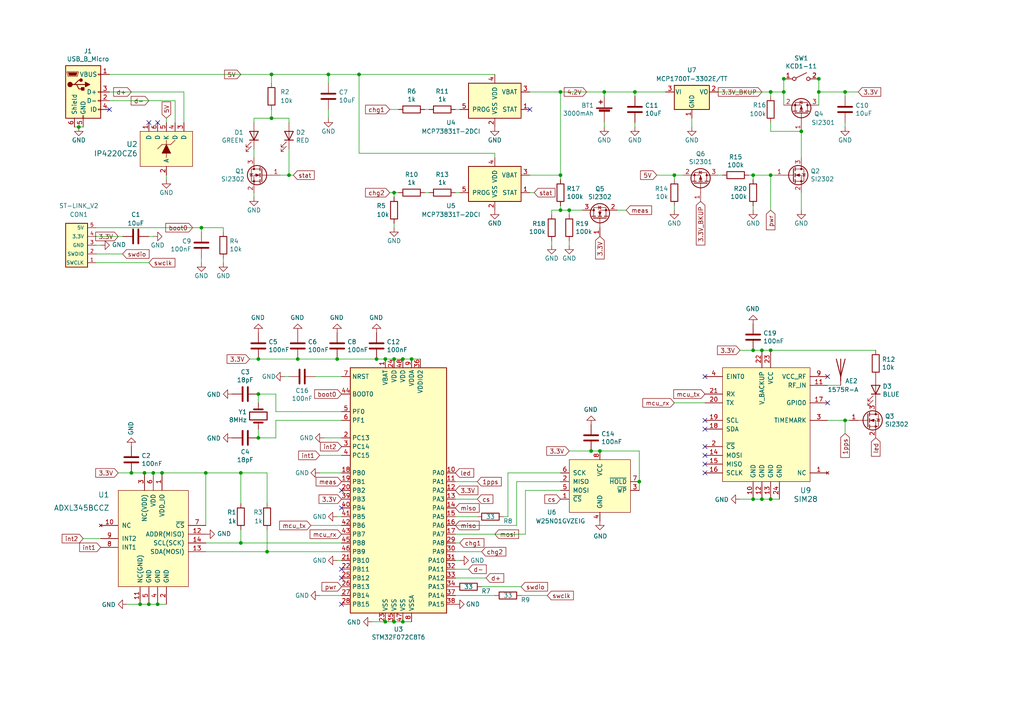
<source format=kicad_sch>
(kicad_sch (version 20211123) (generator eeschema)
  (paper "A4")
  (title_block (date "2020-10-17") (rev "1.3"))
  (junction (at 78.74 21.59))
  (junction (at 58.42 66.04))
  (junction (at 111.76 180.34))
  (junction (at 245.11 121.92))
  (junction (at 22.86 36.83))
  (junction (at 218.44 50.8))
  (junction (at 74.93 127))
  (junction (at 74.93 114.3))
  (junction (at 111.76 104.14))
  (junction (at 59.69 137.16))
  (junction (at 41.91 137.16))
  (junction (at 44.45 137.16))
  (junction (at 162.56 26.67))
  (junction (at 237.49 22.86))
  (junction (at 69.85 157.48))
  (junction (at 97.79 104.14))
  (junction (at 95.25 21.59))
  (junction (at 162.56 50.8))
  (junction (at 43.18 175.26))
  (junction (at 195.58 50.8))
  (junction (at 220.98 101.6))
  (junction (at 237.49 26.67))
  (junction (at 245.11 26.67))
  (junction (at 116.84 180.34))
  (junction (at 223.52 101.6))
  (junction (at 162.56 60.96))
  (junction (at 218.44 101.6))
  (junction (at 116.84 104.14))
  (junction (at 223.52 50.8))
  (junction (at 69.85 137.16))
  (junction (at 220.98 144.78))
  (junction (at 40.64 175.26))
  (junction (at 109.22 104.14))
  (junction (at 86.36 104.14))
  (junction (at 104.14 21.59))
  (junction (at 165.1 60.96))
  (junction (at 173.99 130.81))
  (junction (at 45.72 175.26))
  (junction (at 227.33 22.86))
  (junction (at 46.99 137.16))
  (junction (at 114.3 180.34))
  (junction (at 38.1 137.16))
  (junction (at 171.45 130.81))
  (junction (at 185.42 139.7))
  (junction (at 77.47 160.02))
  (junction (at 175.26 26.67))
  (junction (at 218.44 144.78))
  (junction (at 114.3 104.14))
  (junction (at 223.52 26.67))
  (junction (at 232.41 38.1))
  (junction (at 223.52 144.78))
  (junction (at 184.15 26.67))
  (junction (at 83.82 50.8))
  (junction (at 78.74 34.29))
  (junction (at 114.3 55.88))
  (junction (at 119.38 104.14))
  (junction (at 227.33 26.67))
  (junction (at 74.93 104.14))
  (no_connect (at 204.47 132.08))
  (no_connect (at 43.18 35.56))
  (no_connect (at 204.47 129.54))
  (no_connect (at 99.06 165.1))
  (no_connect (at 240.03 109.22))
  (no_connect (at 240.03 116.84))
  (no_connect (at 31.75 31.75))
  (no_connect (at 99.06 167.64))
  (no_connect (at 99.06 147.32))
  (no_connect (at 153.67 31.75))
  (no_connect (at 204.47 121.92))
  (no_connect (at 45.72 35.56))
  (no_connect (at 204.47 137.16))
  (no_connect (at 99.06 142.24))
  (no_connect (at 204.47 109.22))
  (no_connect (at 99.06 175.26))
  (no_connect (at 204.47 134.62))
  (no_connect (at 204.47 124.46))
  (wire (pts (xy 83.82 50.8) (xy 83.82 43.18)))
  (wire (pts (xy 165.1 62.23) (xy 165.1 60.96)))
  (wire (pts (xy 80.01 121.92) (xy 99.06 121.92)))
  (wire (pts (xy 185.42 130.81) (xy 185.42 139.7)))
  (wire (pts (xy 36.83 175.26) (xy 40.64 175.26)))
  (wire (pts (xy 97.79 104.14) (xy 109.22 104.14)))
  (wire (pts (xy 69.85 153.67) (xy 69.85 157.48)))
  (wire (pts (xy 154.94 55.88) (xy 153.67 55.88)))
  (wire (pts (xy 121.92 104.14) (xy 119.38 104.14)))
  (wire (pts (xy 73.66 34.29) (xy 78.74 34.29)))
  (wire (pts (xy 27.94 66.04) (xy 58.42 66.04)))
  (wire (pts (xy 195.58 50.8) (xy 195.58 52.07)))
  (wire (pts (xy 80.01 119.38) (xy 80.01 114.3)))
  (wire (pts (xy 158.75 172.72) (xy 151.13 172.72)))
  (wire (pts (xy 245.11 36.83) (xy 245.11 35.56)))
  (wire (pts (xy 227.33 26.67) (xy 227.33 30.48)))
  (wire (pts (xy 74.93 114.3) (xy 74.93 116.84)))
  (wire (pts (xy 132.08 162.56) (xy 133.35 162.56)))
  (wire (pts (xy 173.99 130.81) (xy 185.42 130.81)))
  (wire (pts (xy 223.52 27.94) (xy 223.52 26.67)))
  (wire (pts (xy 232.41 60.96) (xy 232.41 55.88)))
  (wire (pts (xy 133.35 55.88) (xy 132.08 55.88)))
  (wire (pts (xy 223.52 26.67) (xy 227.33 26.67)))
  (wire (pts (xy 78.74 34.29) (xy 83.82 34.29)))
  (wire (pts (xy 99.06 160.02) (xy 77.47 160.02)))
  (wire (pts (xy 223.52 144.78) (xy 226.06 144.78)))
  (wire (pts (xy 220.98 101.6) (xy 223.52 101.6)))
  (wire (pts (xy 195.58 116.84) (xy 204.47 116.84)))
  (wire (pts (xy 40.64 175.26) (xy 43.18 175.26)))
  (wire (pts (xy 171.45 130.81) (xy 165.1 130.81)))
  (wire (pts (xy 179.07 60.96) (xy 181.61 60.96)))
  (wire (pts (xy 58.42 66.04) (xy 64.77 66.04)))
  (wire (pts (xy 83.82 35.56) (xy 83.82 34.29)))
  (wire (pts (xy 160.02 71.12) (xy 160.02 69.85)))
  (wire (pts (xy 124.46 55.88) (xy 123.19 55.88)))
  (wire (pts (xy 27.94 68.58) (xy 35.56 68.58)))
  (wire (pts (xy 237.49 30.48) (xy 237.49 26.67)))
  (wire (pts (xy 91.44 109.22) (xy 99.06 109.22)))
  (wire (pts (xy 99.06 119.38) (xy 80.01 119.38)))
  (wire (pts (xy 162.56 60.96) (xy 162.56 59.69)))
  (wire (pts (xy 143.51 44.45) (xy 104.14 44.45)))
  (wire (pts (xy 104.14 21.59) (xy 143.51 21.59)))
  (wire (pts (xy 208.28 26.67) (xy 223.52 26.67)))
  (wire (pts (xy 64.77 66.04) (xy 64.77 67.31)))
  (wire (pts (xy 175.26 36.83) (xy 175.26 35.56)))
  (wire (pts (xy 80.01 121.92) (xy 80.01 127)))
  (wire (pts (xy 111.76 180.34) (xy 107.95 180.34)))
  (wire (pts (xy 132.08 160.02) (xy 139.7 160.02)))
  (wire (pts (xy 116.84 180.34) (xy 114.3 180.34)))
  (wire (pts (xy 165.1 71.12) (xy 165.1 69.85)))
  (wire (pts (xy 146.05 149.86) (xy 147.32 149.86)))
  (wire (pts (xy 149.86 152.4) (xy 149.86 139.7)))
  (wire (pts (xy 38.1 137.16) (xy 34.29 137.16)))
  (wire (pts (xy 114.3 57.15) (xy 114.3 55.88)))
  (wire (pts (xy 92.71 172.72) (xy 99.06 172.72)))
  (wire (pts (xy 31.75 29.21) (xy 50.8 29.21)))
  (wire (pts (xy 72.39 104.14) (xy 74.93 104.14)))
  (wire (pts (xy 92.71 132.08) (xy 99.06 132.08)))
  (wire (pts (xy 27.94 76.2) (xy 43.18 76.2)))
  (wire (pts (xy 139.7 170.18) (xy 151.13 170.18)))
  (wire (pts (xy 77.47 153.67) (xy 77.47 160.02)))
  (wire (pts (xy 29.21 71.12) (xy 27.94 71.12)))
  (wire (pts (xy 140.97 167.64) (xy 132.08 167.64)))
  (wire (pts (xy 92.71 137.16) (xy 99.06 137.16)))
  (wire (pts (xy 152.4 154.94) (xy 152.4 142.24)))
  (wire (pts (xy 44.45 137.16) (xy 46.99 137.16)))
  (wire (pts (xy 217.17 50.8) (xy 218.44 50.8)))
  (wire (pts (xy 77.47 137.16) (xy 69.85 137.16)))
  (wire (pts (xy 97.79 162.56) (xy 99.06 162.56)))
  (wire (pts (xy 59.69 160.02) (xy 77.47 160.02)))
  (wire (pts (xy 64.77 76.2) (xy 64.77 74.93)))
  (wire (pts (xy 223.52 101.6) (xy 254 101.6)))
  (wire (pts (xy 218.44 50.8) (xy 223.52 50.8)))
  (wire (pts (xy 237.49 26.67) (xy 237.49 22.86)))
  (wire (pts (xy 132.08 31.75) (xy 133.35 31.75)))
  (wire (pts (xy 59.69 137.16) (xy 59.69 152.4)))
  (wire (pts (xy 232.41 38.1) (xy 232.41 45.72)))
  (wire (pts (xy 73.66 57.15) (xy 73.66 55.88)))
  (wire (pts (xy 99.06 157.48) (xy 69.85 157.48)))
  (wire (pts (xy 119.38 180.34) (xy 116.84 180.34)))
  (wire (pts (xy 31.75 21.59) (xy 78.74 21.59)))
  (wire (pts (xy 162.56 50.8) (xy 162.56 26.67)))
  (wire (pts (xy 58.42 67.31) (xy 58.42 66.04)))
  (wire (pts (xy 135.89 165.1) (xy 132.08 165.1)))
  (wire (pts (xy 50.8 29.21) (xy 50.8 35.56)))
  (wire (pts (xy 114.3 66.04) (xy 114.3 64.77)))
  (wire (pts (xy 218.44 101.6) (xy 214.63 101.6)))
  (wire (pts (xy 198.12 50.8) (xy 195.58 50.8)))
  (wire (pts (xy 97.79 149.86) (xy 99.06 149.86)))
  (wire (pts (xy 162.56 60.96) (xy 160.02 60.96)))
  (wire (pts (xy 168.91 60.96) (xy 165.1 60.96)))
  (wire (pts (xy 31.75 26.67) (xy 53.34 26.67)))
  (wire (pts (xy 171.45 130.81) (xy 173.99 130.81)))
  (wire (pts (xy 245.11 26.67) (xy 237.49 26.67)))
  (wire (pts (xy 114.3 55.88) (xy 113.03 55.88)))
  (wire (pts (xy 223.52 38.1) (xy 232.41 38.1)))
  (wire (pts (xy 73.66 43.18) (xy 73.66 45.72)))
  (wire (pts (xy 124.46 31.75) (xy 123.19 31.75)))
  (wire (pts (xy 109.22 104.14) (xy 111.76 104.14)))
  (wire (pts (xy 246.38 121.92) (xy 245.11 121.92)))
  (wire (pts (xy 223.52 35.56) (xy 223.52 38.1)))
  (wire (pts (xy 46.99 137.16) (xy 59.69 137.16)))
  (wire (pts (xy 160.02 60.96) (xy 160.02 62.23)))
  (wire (pts (xy 143.51 172.72) (xy 132.08 172.72)))
  (wire (pts (xy 77.47 146.05) (xy 77.47 137.16)))
  (wire (pts (xy 43.18 175.26) (xy 45.72 175.26)))
  (wire (pts (xy 143.51 45.72) (xy 143.51 44.45)))
  (wire (pts (xy 227.33 22.86) (xy 227.33 26.67)))
  (wire (pts (xy 59.69 137.16) (xy 69.85 137.16)))
  (wire (pts (xy 184.15 35.56) (xy 184.15 36.83)))
  (wire (pts (xy 22.86 36.83) (xy 21.59 36.83)))
  (wire (pts (xy 153.67 50.8) (xy 162.56 50.8)))
  (wire (pts (xy 41.91 137.16) (xy 44.45 137.16)))
  (wire (pts (xy 245.11 121.92) (xy 240.03 121.92)))
  (wire (pts (xy 86.36 104.14) (xy 97.79 104.14)))
  (wire (pts (xy 119.38 104.14) (xy 116.84 104.14)))
  (wire (pts (xy 99.06 127) (xy 93.98 127)))
  (wire (pts (xy 74.93 124.46) (xy 74.93 127)))
  (wire (pts (xy 99.06 152.4) (xy 90.17 152.4)))
  (wire (pts (xy 115.57 55.88) (xy 114.3 55.88)))
  (wire (pts (xy 165.1 60.96) (xy 162.56 60.96)))
  (wire (pts (xy 48.26 34.29) (xy 48.26 35.56)))
  (wire (pts (xy 133.35 157.48) (xy 132.08 157.48)))
  (wire (pts (xy 138.43 144.78) (xy 132.08 144.78)))
  (wire (pts (xy 248.92 26.67) (xy 245.11 26.67)))
  (wire (pts (xy 78.74 31.75) (xy 78.74 34.29)))
  (wire (pts (xy 132.08 154.94) (xy 152.4 154.94)))
  (wire (pts (xy 218.44 144.78) (xy 220.98 144.78)))
  (wire (pts (xy 195.58 50.8) (xy 190.5 50.8)))
  (wire (pts (xy 73.66 35.56) (xy 73.66 34.29)))
  (wire (pts (xy 147.32 137.16) (xy 147.32 149.86)))
  (wire (pts (xy 69.85 146.05) (xy 69.85 137.16)))
  (wire (pts (xy 209.55 50.8) (xy 208.28 50.8)))
  (wire (pts (xy 220.98 144.78) (xy 223.52 144.78)))
  (wire (pts (xy 116.84 104.14) (xy 114.3 104.14)))
  (wire (pts (xy 218.44 101.6) (xy 220.98 101.6)))
  (wire (pts (xy 113.03 31.75) (xy 115.57 31.75)))
  (wire (pts (xy 185.42 139.7) (xy 185.42 142.24)))
  (wire (pts (xy 78.74 21.59) (xy 95.25 21.59)))
  (wire (pts (xy 95.25 24.13) (xy 95.25 21.59)))
  (wire (pts (xy 223.52 50.8) (xy 224.79 50.8)))
  (wire (pts (xy 74.93 104.14) (xy 86.36 104.14)))
  (wire (pts (xy 240.03 111.76) (xy 243.84 111.76)))
  (wire (pts (xy 152.4 142.24) (xy 162.56 142.24)))
  (wire (pts (xy 83.82 50.8) (xy 81.28 50.8)))
  (wire (pts (xy 138.43 139.7) (xy 132.08 139.7)))
  (wire (pts (xy 74.93 127) (xy 80.01 127)))
  (wire (pts (xy 184.15 27.94) (xy 184.15 26.67)))
  (wire (pts (xy 153.67 26.67) (xy 162.56 26.67)))
  (wire (pts (xy 162.56 26.67) (xy 175.26 26.67)))
  (wire (pts (xy 223.52 50.8) (xy 223.52 60.96)))
  (wire (pts (xy 45.72 175.26) (xy 48.26 175.26)))
  (wire (pts (xy 245.11 27.94) (xy 245.11 26.67)))
  (wire (pts (xy 149.86 139.7) (xy 162.56 139.7)))
  (wire (pts (xy 162.56 52.07) (xy 162.56 50.8)))
  (wire (pts (xy 24.13 156.21) (xy 29.21 156.21)))
  (wire (pts (xy 200.66 36.83) (xy 200.66 34.29)))
  (wire (pts (xy 24.13 36.83) (xy 22.86 36.83)))
  (wire (pts (xy 184.15 26.67) (xy 193.04 26.67)))
  (wire (pts (xy 78.74 24.13) (xy 78.74 21.59)))
  (wire (pts (xy 38.1 137.16) (xy 41.91 137.16)))
  (wire (pts (xy 95.25 34.29) (xy 95.25 31.75)))
  (wire (pts (xy 58.42 74.93) (xy 58.42 76.2)))
  (wire (pts (xy 27.94 73.66) (xy 35.56 73.66)))
  (wire (pts (xy 53.34 26.67) (xy 53.34 35.56)))
  (wire (pts (xy 95.25 21.59) (xy 104.14 21.59)))
  (wire (pts (xy 48.26 52.07) (xy 48.26 50.8)))
  (wire (pts (xy 80.01 114.3) (xy 74.93 114.3)))
  (wire (pts (xy 59.69 157.48) (xy 69.85 157.48)))
  (wire (pts (xy 175.26 26.67) (xy 184.15 26.67)))
  (wire (pts (xy 85.09 50.8) (xy 83.82 50.8)))
  (wire (pts (xy 218.44 60.96) (xy 218.44 59.69)))
  (wire (pts (xy 245.11 125.73) (xy 245.11 121.92)))
  (wire (pts (xy 138.43 149.86) (xy 132.08 149.86)))
  (wire (pts (xy 175.26 27.94) (xy 175.26 26.67)))
  (wire (pts (xy 104.14 44.45) (xy 104.14 21.59)))
  (wire (pts (xy 162.56 137.16) (xy 147.32 137.16)))
  (wire (pts (xy 114.3 104.14) (xy 111.76 104.14)))
  (wire (pts (xy 195.58 60.96) (xy 195.58 59.69)))
  (wire (pts (xy 132.08 152.4) (xy 149.86 152.4)))
  (wire (pts (xy 114.3 180.34) (xy 111.76 180.34)))
  (wire (pts (xy 82.55 109.22) (xy 83.82 109.22)))
  (wire (pts (xy 44.45 68.58) (xy 43.18 68.58)))
  (wire (pts (xy 214.63 144.78) (xy 218.44 144.78)))
  (wire (pts (xy 218.44 52.07) (xy 218.44 50.8)))
  (global_label "meas" (shape input) (at 99.06 139.7 180) (property "Intersheet References" "${INTERSHEET_REFS}" (effects hide)))
  (global_label "int1" (shape input) (at 92.71 132.08 180) (property "Intersheet References" "${INTERSHEET_REFS}" (effects hide)))
  (global_label "int2" (shape input) (at 24.13 156.21 180) (property "Intersheet References" "${INTERSHEET_REFS}" (effects hide)))
  (global_label "mcu_rx" (shape input) (at 99.06 154.94 180) (property "Intersheet References" "${INTERSHEET_REFS}" (effects hide)))
  (global_label "stat" (shape input) (at 154.94 55.88 0) (property "Intersheet References" "${INTERSHEET_REFS}" (effects hide)))
  (global_label "swclk" (shape input) (at 158.75 172.72 0) (property "Intersheet References" "${INTERSHEET_REFS}" (effects hide)))
  (global_label "mcu_tx" (shape input) (at 204.47 114.3 180) (property "Intersheet References" "${INTERSHEET_REFS}" (effects hide)))
  (global_label "3.3V" (shape input) (at 34.29 137.16 180) (property "Intersheet References" "${INTERSHEET_REFS}" (effects hide)))
  (global_label "5V" (shape input) (at 190.5 50.8 180) (property "Intersheet References" "${INTERSHEET_REFS}" (effects hide)))
  (global_label "5V" (shape input) (at 69.85 21.59 180) (property "Intersheet References" "${INTERSHEET_REFS}" (effects hide)))
  (global_label "3.3V_BKUP" (shape input) (at 203.2 58.42 270) (property "Intersheet References" "${INTERSHEET_REFS}" (effects hide)))
  (global_label "led" (shape input) (at 132.08 137.16 0) (property "Intersheet References" "${INTERSHEET_REFS}" (effects hide)))
  (global_label "3.3V" (shape input) (at 34.29 68.58 180) (property "Intersheet References" "${INTERSHEET_REFS}" (effects hide)))
  (global_label "miso" (shape input) (at 132.08 152.4 0) (property "Intersheet References" "${INTERSHEET_REFS}" (effects hide)))
  (global_label "mcu_rx" (shape input) (at 195.58 116.84 180) (property "Intersheet References" "${INTERSHEET_REFS}" (effects hide)))
  (global_label "cs" (shape input) (at 162.56 144.78 180) (property "Intersheet References" "${INTERSHEET_REFS}" (effects hide)))
  (global_label "miso" (shape input) (at 132.08 147.32 0) (property "Intersheet References" "${INTERSHEET_REFS}" (effects hide)))
  (global_label "swdio" (shape input) (at 151.13 170.18 0) (property "Intersheet References" "${INTERSHEET_REFS}" (effects hide)))
  (global_label "int1" (shape input) (at 29.21 158.75 180) (property "Intersheet References" "${INTERSHEET_REFS}" (effects hide)))
  (global_label "3.3V" (shape input) (at 248.92 26.67 0) (property "Intersheet References" "${INTERSHEET_REFS}" (effects hide)))
  (global_label "d-" (shape input) (at 43.18 29.21 180) (property "Intersheet References" "${INTERSHEET_REFS}" (effects hide)))
  (global_label "chg1" (shape input) (at 133.35 157.48 0) (property "Intersheet References" "${INTERSHEET_REFS}" (effects hide)))
  (global_label "stat" (shape input) (at 85.09 50.8 0) (property "Intersheet References" "${INTERSHEET_REFS}" (effects hide)))
  (global_label "4.2V" (shape input) (at 170.18 26.67 180) (property "Intersheet References" "${INTERSHEET_REFS}" (effects hide)))
  (global_label "3.3V" (shape input) (at 72.39 104.14 180) (property "Intersheet References" "${INTERSHEET_REFS}" (effects hide)))
  (global_label "3.3V_BKUP" (shape input) (at 220.98 26.67 180) (property "Intersheet References" "${INTERSHEET_REFS}" (effects hide)))
  (global_label "mcu_tx" (shape input) (at 90.17 152.4 180) (property "Intersheet References" "${INTERSHEET_REFS}" (effects hide)))
  (global_label "meas" (shape input) (at 181.61 60.96 0) (property "Intersheet References" "${INTERSHEET_REFS}" (effects hide)))
  (global_label "d-" (shape input) (at 135.89 165.1 0) (property "Intersheet References" "${INTERSHEET_REFS}" (effects hide)))
  (global_label "pwr" (shape input) (at 223.52 60.96 270) (property "Intersheet References" "${INTERSHEET_REFS}" (effects hide)))
  (global_label "int2" (shape input) (at 99.06 129.54 180) (property "Intersheet References" "${INTERSHEET_REFS}" (effects hide)))
  (global_label "cs" (shape input) (at 138.43 144.78 0) (property "Intersheet References" "${INTERSHEET_REFS}" (effects hide)))
  (global_label "chg2" (shape input) (at 139.7 160.02 0) (property "Intersheet References" "${INTERSHEET_REFS}" (effects hide)))
  (global_label "mosi" (shape input) (at 143.51 154.94 0) (property "Intersheet References" "${INTERSHEET_REFS}" (effects hide)))
  (global_label "boot0" (shape input) (at 99.06 114.3 180) (property "Intersheet References" "${INTERSHEET_REFS}" (effects hide)))
  (global_label "3.3V" (shape input) (at 214.63 101.6 180) (property "Intersheet References" "${INTERSHEET_REFS}" (effects hide)))
  (global_label "1pps" (shape input) (at 138.43 139.7 0) (property "Intersheet References" "${INTERSHEET_REFS}" (effects hide)))
  (global_label "pwr" (shape input) (at 99.06 170.18 180) (property "Intersheet References" "${INTERSHEET_REFS}" (effects hide)))
  (global_label "chg2" (shape input) (at 113.03 55.88 180) (property "Intersheet References" "${INTERSHEET_REFS}" (effects hide)))
  (global_label "3.3V" (shape input) (at 173.99 68.58 270) (property "Intersheet References" "${INTERSHEET_REFS}" (effects hide)))
  (global_label "3.3V" (shape input) (at 165.1 130.81 180) (property "Intersheet References" "${INTERSHEET_REFS}" (effects hide)))
  (global_label "swclk" (shape input) (at 43.18 76.2 0) (property "Intersheet References" "${INTERSHEET_REFS}" (effects hide)))
  (global_label "d+" (shape input) (at 38.1 26.67 180) (property "Intersheet References" "${INTERSHEET_REFS}" (effects hide)))
  (global_label "3.3V" (shape input) (at 132.08 142.24 0) (property "Intersheet References" "${INTERSHEET_REFS}" (effects hide)))
  (global_label "d+" (shape input) (at 140.97 167.64 0) (property "Intersheet References" "${INTERSHEET_REFS}" (effects hide)))
  (global_label "1pps" (shape input) (at 245.11 125.73 270) (property "Intersheet References" "${INTERSHEET_REFS}" (effects hide)))
  (global_label "swdio" (shape input) (at 35.56 73.66 0) (property "Intersheet References" "${INTERSHEET_REFS}" (effects hide)))
  (global_label "boot0" (shape input) (at 55.88 66.04 180) (property "Intersheet References" "${INTERSHEET_REFS}" (effects hide)))
  (global_label "led" (shape input) (at 254 127 270) (property "Intersheet References" "${INTERSHEET_REFS}" (effects hide)))
  (global_label "3.3V" (shape input) (at 99.06 144.78 180) (property "Intersheet References" "${INTERSHEET_REFS}" (effects hide)))
  (global_label "5V" (shape input) (at 48.26 34.29 90) (property "Intersheet References" "${INTERSHEET_REFS}" (effects hide)))
  (global_label "chg1" (shape input) (at 113.03 31.75 180) (property "Intersheet References" "${INTERSHEET_REFS}" (effects hide)))
  (symbol (lib_id "MCU_ST_STM32F0:STM32F072C8Tx") (at 116.84 142.24 0) (unit 1)
    (property "Reference" "U3" (at 115.57 182.5244 0))
    (property "Value" "STM32F072C8T6" (at 115.57 184.8358 0))
    (property "Footprint" "Package_QFP:LQFP-48_7x7mm_P0.5mm" (effects hide))
    (property "Datasheet" "http://www.st.com/st-web-ui/static/active/en/resource/technical/document/datasheet/DM00090510.pdf" (effects hide))
    (property "Manufacturer" "STMicroelectronics" (effects hide))
    (property "Short Description" "ARM cortex M0 microcontroller" (effects hide))
  )
  (symbol (lib_id "Device:C") (at 97.79 100.33 0) (unit 1)
    (property "Reference" "C8" (at 100.711 99.1616 0) (effects (justify left)))
    (property "Value" "100nF" (at 100.711 101.473 0) (effects (justify left)))
    (property "Footprint" "Capacitor_SMD:C_0603_1608Metric" (effects hide))
    (property "Datasheet" "https://product.tdk.com/info/en/catalog/datasheets/mlcc_commercial_general_en.pdf" (effects hide))
    (property "Manufacturer" "TDK" (effects hide))
    (property "Short Description" "X7R 10% 50V   eg. C1608X7R1H104K" (effects hide))
  )
  (symbol (lib_id "Device:C") (at 86.36 100.33 0) (unit 1)
    (property "Reference" "C6" (at 89.281 99.1616 0) (effects (justify left)))
    (property "Value" "100nF" (at 89.281 101.473 0) (effects (justify left)))
    (property "Footprint" "Capacitor_SMD:C_0603_1608Metric" (effects hide))
    (property "Datasheet" "https://product.tdk.com/info/en/catalog/datasheets/mlcc_commercial_general_en.pdf" (effects hide))
    (property "Manufacturer" "TDK" (effects hide))
    (property "Short Description" "X7R 10% 50V   eg. C1608X7R1H104K" (effects hide))
  )
  (symbol (lib_id "Device:C") (at 74.93 100.33 0) (unit 1)
    (property "Reference" "C5" (at 77.851 99.1616 0) (effects (justify left)))
    (property "Value" "100nF" (at 77.851 101.473 0) (effects (justify left)))
    (property "Footprint" "Capacitor_SMD:C_0603_1608Metric" (effects hide))
    (property "Datasheet" "https://product.tdk.com/info/en/catalog/datasheets/mlcc_commercial_general_en.pdf" (effects hide))
    (property "Manufacturer" "TDK" (effects hide))
    (property "Short Description" "X7R 10% 50V   eg. C1608X7R1H104K" (effects hide))
  )
  (symbol (lib_id "power:GND") (at 74.93 96.52 180) (unit 1)
    (property "Reference" "#PWR0102" (effects hide))
    (property "Value" "GND" (at 74.803 92.1258 0))
  )
  (symbol (lib_id "power:GND") (at 86.36 96.52 180) (unit 1)
    (property "Reference" "#PWR0103" (effects hide))
    (property "Value" "GND" (at 86.233 92.1258 0))
  )
  (symbol (lib_id "power:GND") (at 97.79 96.52 180) (unit 1)
    (property "Reference" "#PWR0104" (effects hide))
    (property "Value" "GND" (at 97.663 92.1258 0))
  )
  (symbol (lib_id "Device:Crystal") (at 74.93 120.65 270) (unit 1)
    (property "Reference" "Y1" (at 71.628 119.4816 90) (effects (justify right)))
    (property "Value" "8MHz" (at 71.628 121.793 90) (effects (justify right)))
    (property "Footprint" "Crystal:Crystal_SMD_5032-2Pin_5.0x3.2mm" (effects hide))
    (property "Datasheet" "https://www.ndk.com/images/products/catalog/c_NX5032GA_e.pdf" (effects hide))
    (property "Manufacturer" "Nihon Dempa Kogyo" (effects hide))
    (property "Short Description" "NX5032GA-8MHZ(STD-CSK-7) crystal resonator" (effects hide))
  )
  (symbol (lib_id "Device:C") (at 71.12 127 270) (unit 1)
    (property "Reference" "C4" (at 71.12 131.064 90))
    (property "Value" "18pF" (at 71.12 133.3754 90))
    (property "Footprint" "Capacitor_SMD:C_0603_1608Metric" (effects hide))
    (property "Datasheet" "https://product.tdk.com/info/en/catalog/datasheets/mlcc_commercial_general_en.pdf" (effects hide))
    (property "Manufacturer" "TDK" (effects hide))
    (property "Short Description" "C0G 5%   50V   eg. C1608C0G1H180J" (effects hide))
  )
  (symbol (lib_id "Device:C") (at 71.12 114.3 270) (unit 1)
    (property "Reference" "C3" (at 71.12 107.8992 90))
    (property "Value" "18pF" (at 71.12 110.2106 90))
    (property "Footprint" "Capacitor_SMD:C_0603_1608Metric" (effects hide))
    (property "Datasheet" "https://product.tdk.com/info/en/catalog/datasheets/mlcc_commercial_general_en.pdf" (effects hide))
    (property "Manufacturer" "TDK" (effects hide))
    (property "Short Description" "C0G 5%   50V   eg. C1608C0G1H180J" (effects hide))
  )
  (symbol (lib_id "power:GND") (at 67.31 127 270) (unit 1)
    (property "Reference" "#PWR0105" (effects hide))
    (property "Value" "GND" (at 64.0588 127.127 90) (effects (justify right)))
  )
  (symbol (lib_id "power:GND") (at 67.31 114.3 270) (unit 1)
    (property "Reference" "#PWR0106" (effects hide))
    (property "Value" "GND" (at 64.0588 114.427 90) (effects (justify right)))
  )
  (symbol (lib_id "power:GND") (at 107.95 180.34 270) (unit 1)
    (property "Reference" "#PWR0107" (effects hide))
    (property "Value" "GND" (at 104.6988 180.467 90) (effects (justify right)))
  )
  (symbol (lib_id "LocalTrack:ADXL345BCCZ") (at 44.45 156.21 0) (mirror y) (unit 1)
    (property "Reference" "U1" (at 31.75 143.51 0) (effects (font (size 1.524 1.524)) (justify left)))
    (property "Value" "ADXL345BCCZ" (at 31.75 147.32 0) (effects (font (size 1.524 1.524)) (justify left)))
    (property "Footprint" "Package_LGA:LGA-14_3x5mm_P0.8mm_LayoutBorder1x6y" (effects hide))
    (property "Datasheet" "http://www.analog.com/media/en/technical-documentation/data-sheets/ADXL345.pdf" (effects hide))
    (property "Manufacturer" "Analog Devices" (effects hide))
    (property "Short Description" "MEMS accelerometer" (effects hide))
  )
  (symbol (lib_id "power:GND") (at 36.83 175.26 270) (unit 1)
    (property "Reference" "#PWR0108" (effects hide))
    (property "Value" "GND" (at 33.5788 175.387 90) (effects (justify right)))
  )
  (symbol (lib_id "Device:C") (at 38.1 133.35 0) (unit 1)
    (property "Reference" "C2" (at 41.021 132.1816 0) (effects (justify left)))
    (property "Value" "100nF" (at 41.021 134.493 0) (effects (justify left)))
    (property "Footprint" "Capacitor_SMD:C_0603_1608Metric" (effects hide))
    (property "Datasheet" "https://product.tdk.com/info/en/catalog/datasheets/mlcc_commercial_general_en.pdf" (effects hide))
    (property "Manufacturer" "TDK" (effects hide))
    (property "Short Description" "X7R 10% 50V   eg. C1608X7R1H104K" (effects hide))
  )
  (symbol (lib_id "power:GND") (at 38.1 129.54 180) (unit 1)
    (property "Reference" "#PWR0109" (effects hide))
    (property "Value" "GND" (at 37.973 126.2888 90) (effects (justify right)))
  )
  (symbol (lib_id "Device:R") (at 69.85 149.86 0) (unit 1)
    (property "Reference" "R1" (at 68.58 148.59 0) (effects (justify right)))
    (property "Value" "1k" (at 68.58 151.13 0) (effects (justify right)))
    (property "Footprint" "Resistor_SMD:R_0603_1608Metric" (effects hide))
    (property "Datasheet" "https://datasheet.lcsc.com/szlcsc/1811151223_LIZ-Elec-CR0603JA0102G_C101253.pdf" (effects hide))
    (property "Manufacturer" "LIZ Electronics" (effects hide))
    (property "Short Description" "5% 50V  eg. CR0603JA0102G" (effects hide))
  )
  (symbol (lib_id "Device:R") (at 77.47 149.86 0) (unit 1)
    (property "Reference" "R3" (at 76.2 148.59 0) (effects (justify right)))
    (property "Value" "1k" (at 76.2 151.13 0) (effects (justify right)))
    (property "Footprint" "Resistor_SMD:R_0603_1608Metric" (effects hide))
    (property "Datasheet" "https://datasheet.lcsc.com/szlcsc/1811151223_LIZ-Elec-CR0603JA0102G_C101253.pdf" (effects hide))
    (property "Manufacturer" "LIZ Electronics" (effects hide))
    (property "Short Description" "5% 50V  eg. CR0603JA0102G" (effects hide))
  )
  (symbol (lib_id "power:GND") (at 173.99 151.13 0) (unit 1)
    (property "Reference" "#PWR0110" (effects hide))
    (property "Value" "GND" (at 174.117 155.5242 0))
  )
  (symbol (lib_id "Device:C") (at 171.45 127 0) (unit 1)
    (property "Reference" "C14" (at 174.371 125.8316 0) (effects (justify left)))
    (property "Value" "100nF" (at 174.371 128.143 0) (effects (justify left)))
    (property "Footprint" "Capacitor_SMD:C_0603_1608Metric" (effects hide))
    (property "Datasheet" "https://product.tdk.com/info/en/catalog/datasheets/mlcc_commercial_general_en.pdf" (effects hide))
    (property "Manufacturer" "TDK" (effects hide))
    (property "Short Description" "X7R 10% 50V   eg. C1608X7R1H104K" (effects hide))
  )
  (symbol (lib_id "power:GND") (at 171.45 123.19 180) (unit 1)
    (property "Reference" "#PWR0111" (effects hide))
    (property "Value" "GND" (at 171.323 118.7958 0))
  )
  (symbol (lib_id "power:GND") (at 82.55 109.22 270) (mirror x) (unit 1)
    (property "Reference" "#PWR0112" (effects hide))
    (property "Value" "GND" (at 80.01 109.22 90) (effects (justify right)))
  )
  (symbol (lib_id "LocalTrack:SIM28") (at 222.25 123.19 0) (unit 1)
    (property "Reference" "U9" (at 233.68 142.24 0) (effects (font (size 1.524 1.524))))
    (property "Value" "SIM28" (at 233.68 144.78 0) (effects (font (size 1.524 1.524))))
    (property "Footprint" "LocalTrack:SIM28" (effects hide))
    (property "Datasheet" "http://www.sabreadv.com/wp-content/uploads/SIM28_Hardware-Design_V1.06.pdf" (effects hide))
    (property "Manufacturer" "SIMCom Wireless Solutions" (effects hide))
    (property "Short Description" "GPS receiver module" (effects hide))
  )
  (symbol (lib_id "power:GND") (at 214.63 144.78 270) (unit 1)
    (property "Reference" "#PWR0113" (effects hide))
    (property "Value" "GND" (at 211.3788 144.907 90) (effects (justify right)))
  )
  (symbol (lib_id "Device:C") (at 218.44 97.79 0) (unit 1)
    (property "Reference" "C19" (at 221.361 96.6216 0) (effects (justify left)))
    (property "Value" "100nF" (at 221.361 98.933 0) (effects (justify left)))
    (property "Footprint" "Capacitor_SMD:C_0603_1608Metric" (effects hide))
    (property "Datasheet" "https://product.tdk.com/info/en/catalog/datasheets/mlcc_commercial_general_en.pdf" (effects hide))
    (property "Manufacturer" "TDK" (effects hide))
    (property "Short Description" "X7R 10% 50V   eg. C1608X7R1H104K" (effects hide))
  )
  (symbol (lib_id "power:GND") (at 218.44 93.98 180) (unit 1)
    (property "Reference" "#PWR0114" (effects hide))
    (property "Value" "GND" (at 218.313 89.5858 0))
  )
  (symbol (lib_id "Device:LED") (at 254 113.03 270) (mirror x) (unit 1)
    (property "Reference" "D3" (at 255.9812 112.0648 90) (effects (justify left)))
    (property "Value" "BLUE" (at 255.9812 114.3762 90) (effects (justify left)))
    (property "Footprint" "LED_SMD:LED_0603_1608Metric" (effects hide))
    (property "Datasheet" "https://datasheet.lcsc.com/szlcsc/1912191207_Foshan-NationStar-Optoelectronics-NCD0603B3_C158101.pdf" (effects hide))
    (property "Manufacturer" "Foshan NationStar " (effects hide))
    (property "Short Description" "eg. NCD0603B3" (effects hide))
  )
  (symbol (lib_id "Device:R") (at 254 105.41 0) (unit 1)
    (property "Reference" "R12" (at 255.778 104.2416 0) (effects (justify left)))
    (property "Value" "10k" (at 255.778 106.553 0) (effects (justify left)))
    (property "Footprint" "Resistor_SMD:R_0603_1608Metric" (effects hide))
    (property "Datasheet" "https://datasheet.lcsc.com/szlcsc/1811151223_LIZ-Elec-CR0603JA0102G_C101253.pdf" (effects hide))
    (property "Manufacturer" "LIZ Electronics" (effects hide))
    (property "Short Description" "5% 50V  eg. CR0603JA0103G" (effects hide))
  )
  (symbol (lib_id "Device:Antenna") (at 243.84 106.68 0) (unit 1)
    (property "Reference" "AE2" (at 245.11 110.49 0) (effects (justify left)))
    (property "Value" "1575R-A" (at 240.03 113.03 0) (effects (justify left)))
    (property "Footprint" "LocalTrack:1575R-A" (effects hide))
    (property "Datasheet" "https://www.aliexpress.com/item/32607867436.html" (effects hide))
    (property "Short Description" "GPS patch antenna, 1575.42MHz, 25x25mm, 4mm height" (effects hide))
  )
  (symbol (lib_id "LocalTrack:ST-LINK_V2") (at 22.86 71.12 0) (mirror x) (unit 1)
    (property "Reference" "CON1" (at 22.86 62.23 0))
    (property "Value" "ST-LINK_V2" (at 22.86 59.69 0))
    (property "Footprint" "Connector_PinHeader_2.54mm:PinHeader_1x05_P2.54mm_Vertical" (effects hide))
    (property "Datasheet" "https://www.aliexpress.com/item/1823628996.html" (effects hide))
  )
  (symbol (lib_id "Connector:USB_B_Micro") (at 24.13 26.67 0) (unit 1)
    (property "Reference" "J1" (at 25.527 14.8082 0))
    (property "Value" "USB_B_Micro" (at 25.527 17.1196 0))
    (property "Footprint" "LocalTrack:MicroUSB_B" (effects hide))
    (property "Datasheet" "https://www.aliexpress.com/item/32765504799.html" (effects hide))
    (property "Short Description" "USB micro B receptacle" (effects hide))
  )
  (symbol (lib_id "LocalTrack:IP4220CZ6") (at 48.26 43.18 0) (unit 1)
    (property "Reference" "U2" (at 39.9542 41.8338 0) (effects (font (size 1.524 1.524)) (justify right)))
    (property "Value" "IP4220CZ6" (at 39.9542 44.5262 0) (effects (font (size 1.524 1.524)) (justify right)))
    (property "Footprint" "Package_SO:TSOP-6_1.65x3.05mm_P0.95mm" (effects hide))
    (property "Datasheet" "https://assets.nexperia.com/documents/data-sheet/IP4220CZ6.pdf" (effects hide))
    (property "Manufacturer" "Nexperia" (effects hide))
    (property "Short Description" "ESD protection diode for USB" (effects hide))
  )
  (symbol (lib_id "Battery_Management:MCP73831-2-OT") (at 143.51 29.21 0) (unit 1)
    (property "Reference" "U4" (at 130.81 35.56 0))
    (property "Value" "MCP73831T-2DCI" (at 130.81 38.1 0))
    (property "Footprint" "Package_TO_SOT_SMD:SOT-23-5" (effects hide))
    (property "Datasheet" "http://ww1.microchip.com/downloads/en/DeviceDoc/20001984g.pdf" (effects hide))
    (property "Manufacturer" "Microchip Technology" (effects hide))
    (property "Short Description" "single li-po cell charging IC" (effects hide))
  )
  (symbol (lib_id "Device:C") (at 184.15 31.75 0) (unit 1)
    (property "Reference" "C11" (at 187.071 30.5816 0) (effects (justify left)))
    (property "Value" "10uF" (at 187.071 32.893 0) (effects (justify left)))
    (property "Footprint" "Capacitor_SMD:C_0805_2012Metric" (effects hide))
    (property "Datasheet" "https://product.tdk.com/info/en/catalog/datasheets/mlcc_commercial_general_en.pdf" (effects hide))
    (property "Manufacturer" "TDK" (effects hide))
    (property "Short Description" "X5R 10% 16V   eg. C2012X5R1C106K" (effects hide))
  )
  (symbol (lib_id "Device:C") (at 39.37 68.58 90) (unit 1)
    (property "Reference" "C1" (at 39.37 62.23 90))
    (property "Value" "10uF" (at 39.37 64.77 90))
    (property "Footprint" "Capacitor_SMD:C_0805_2012Metric" (effects hide))
    (property "Datasheet" "https://product.tdk.com/info/en/catalog/datasheets/mlcc_commercial_general_en.pdf" (effects hide))
    (property "Manufacturer" "TDK" (effects hide))
    (property "Short Description" "X5R 10% 16V   eg. C2012X5R1C106K" (effects hide))
  )
  (symbol (lib_id "power:GND") (at 29.21 71.12 90) (unit 1)
    (property "Reference" "#PWR0115" (effects hide))
    (property "Value" "GND" (at 32.4612 70.993 90) (effects (justify right)))
  )
  (symbol (lib_id "Device:LED") (at 83.82 39.37 270) (mirror x) (unit 1)
    (property "Reference" "D2" (at 85.8266 38.4048 90) (effects (justify left)))
    (property "Value" "RED" (at 85.8266 40.7162 90) (effects (justify left)))
    (property "Footprint" "LED_SMD:LED_0603_1608Metric" (effects hide))
    (property "Datasheet" "https://datasheet.lcsc.com/szlcsc/1912191206_Foshan-NationStar-Optoelectronics-NCD0603R2_C90692.pdf" (effects hide))
    (property "Manufacturer" "Foshan NationStar " (effects hide))
    (property "Short Description" "eg. NCD0603R2" (effects hide))
  )
  (symbol (lib_id "Device:LED") (at 73.66 39.37 270) (mirror x) (unit 1)
    (property "Reference" "D1" (at 70.6628 38.4048 90) (effects (justify right)))
    (property "Value" "GREEN" (at 70.6628 40.7162 90) (effects (justify right)))
    (property "Footprint" "LED_SMD:LED_0603_1608Metric" (effects hide))
    (property "Datasheet" "https://datasheet.lcsc.com/szlcsc/1912191206_Foshan-NationStar-Optoelectronics-NCD0603G2_C87326.pdf" (effects hide))
    (property "Manufacturer" "Foshan NationStar" (effects hide))
    (property "Short Description" "eg. NCD0603G2" (effects hide))
  )
  (symbol (lib_id "Device:R") (at 78.74 27.94 0) (unit 1)
    (property "Reference" "R2" (at 81.28 26.67 0) (effects (justify left)))
    (property "Value" "10k" (at 81.28 29.21 0) (effects (justify left)))
    (property "Footprint" "Resistor_SMD:R_0603_1608Metric" (effects hide))
    (property "Datasheet" "https://datasheet.lcsc.com/szlcsc/1811151223_LIZ-Elec-CR0603JA0102G_C101253.pdf" (effects hide))
    (property "Manufacturer" "LIZ Electronics" (effects hide))
    (property "Short Description" "5% 50V  eg. CR0603JA0103G" (effects hide))
  )
  (symbol (lib_id "power:GND") (at 132.08 175.26 90) (unit 1)
    (property "Reference" "#PWR0143" (effects hide))
    (property "Value" "GND" (at 137.16 175.26 90))
  )
  (symbol (lib_id "power:GND") (at 92.71 137.16 270) (unit 1)
    (property "Reference" "#PWR0140" (effects hide))
    (property "Value" "GND" (at 87.63 137.16 90))
  )
  (symbol (lib_id "power:GND") (at 22.86 36.83 0) (unit 1)
    (property "Reference" "#PWR0118" (effects hide))
    (property "Value" "GND" (at 22.86 40.64 0))
  )
  (symbol (lib_id "power:GND") (at 92.71 172.72 270) (unit 1)
    (property "Reference" "#PWR0144" (effects hide))
    (property "Value" "GND" (at 87.63 172.72 90))
  )
  (symbol (lib_id "power:GND") (at 143.51 36.83 0) (unit 1)
    (property "Reference" "#PWR0119" (effects hide))
    (property "Value" "GND" (at 143.51 40.64 0))
  )
  (symbol (lib_id "power:GND") (at 184.15 36.83 0) (unit 1)
    (property "Reference" "#PWR0120" (effects hide))
    (property "Value" "GND" (at 184.15 40.64 0))
  )
  (symbol (lib_id "power:GND") (at 48.26 52.07 0) (unit 1)
    (property "Reference" "#PWR0123" (effects hide))
    (property "Value" "GND" (at 48.26 55.88 0))
  )
  (symbol (lib_id "Device:R") (at 142.24 149.86 270) (unit 1)
    (property "Reference" "R8" (at 147.32 151.13 90))
    (property "Value" "33" (at 142.24 149.86 90))
    (property "Footprint" "Resistor_SMD:R_0603_1608Metric" (effects hide))
    (property "Datasheet" "https://datasheet.lcsc.com/szlcsc/1811151223_LIZ-Elec-CR0603JA0102G_C101253.pdf" (effects hide))
    (property "Manufacturer" "LIZ Electronics" (effects hide))
    (property "Short Description" "5% 50V  eg. CR0603JA0330G" (effects hide))
  )
  (symbol (lib_id "power:GND") (at 200.66 36.83 0) (unit 1)
    (property "Reference" "#PWR0124" (effects hide))
    (property "Value" "GND" (at 200.66 40.64 0))
  )
  (symbol (lib_id "Device:C") (at 95.25 27.94 0) (unit 1)
    (property "Reference" "C7" (at 98.2472 26.7716 0) (effects (justify left)))
    (property "Value" "10uF" (at 98.2472 29.083 0) (effects (justify left)))
    (property "Footprint" "Capacitor_SMD:C_0805_2012Metric" (effects hide))
    (property "Datasheet" "https://product.tdk.com/info/en/catalog/datasheets/mlcc_commercial_general_en.pdf" (effects hide))
    (property "Manufacturer" "TDK" (effects hide))
    (property "Short Description" "X5R 10% 16V   eg. C2012X5R1C106K" (effects hide))
  )
  (symbol (lib_id "power:GND") (at 95.25 34.29 0) (unit 1)
    (property "Reference" "#PWR0127" (effects hide))
    (property "Value" "GND" (at 95.25 38.1 0))
  )
  (symbol (lib_id "Device:R") (at 135.89 170.18 270) (unit 1)
    (property "Reference" "R7" (at 140.97 171.45 90))
    (property "Value" "33" (at 135.89 170.18 90))
    (property "Footprint" "Resistor_SMD:R_0603_1608Metric" (effects hide))
    (property "Datasheet" "https://datasheet.lcsc.com/szlcsc/1811151223_LIZ-Elec-CR0603JA0102G_C101253.pdf" (effects hide))
    (property "Manufacturer" "LIZ Electronics" (effects hide))
    (property "Short Description" "5% 50V  eg. CR0603JA0330G" (effects hide))
  )
  (symbol (lib_id "Device:R") (at 147.32 172.72 270) (unit 1)
    (property "Reference" "R9" (at 152.4 173.99 90))
    (property "Value" "33" (at 147.32 172.72 90))
    (property "Footprint" "Resistor_SMD:R_0603_1608Metric" (effects hide))
    (property "Datasheet" "https://datasheet.lcsc.com/szlcsc/1811151223_LIZ-Elec-CR0603JA0102G_C101253.pdf" (effects hide))
    (property "Manufacturer" "LIZ Electronics" (effects hide))
    (property "Short Description" "5% 50V  eg. CR0603JA0330G" (effects hide))
  )
  (symbol (lib_id "Device:Battery_Cell") (at 175.26 33.02 0) (mirror y) (unit 1)
    (property "Reference" "BT1" (at 172.2628 30.5816 0) (effects (justify left)))
    (property "Value" "3000mAh" (at 172.2628 32.893 0) (effects (justify left)))
    (property "Footprint" "Connector_JST:JST_PH_B2B-PH-K_1x02_P2.00mm_Vertical" (effects hide))
    (property "Datasheet" "https://www.aliexpress.com/item/32879938149.html" (effects hide))
    (property "Manufacturer" "EHAO Technology Co Ltd" (effects hide))
    (property "Short Description" "103565 li-po battery" (effects hide))
  )
  (symbol (lib_id "power:GND") (at 175.26 36.83 0) (unit 1)
    (property "Reference" "#PWR0141" (effects hide))
    (property "Value" "GND" (at 175.26 40.64 0))
  )
  (symbol (lib_id "power:GND") (at 97.79 149.86 270) (unit 1)
    (property "Reference" "#PWR0147" (effects hide))
    (property "Value" "GND" (at 92.71 149.86 90))
  )
  (symbol (lib_id "LocalTrack:W25N01GVZEIG") (at 173.99 140.97 0) (unit 1)
    (property "Reference" "U6" (at 160.02 148.59 0))
    (property "Value" "W25N01GVZEIG" (at 162.56 151.13 0))
    (property "Footprint" "LocalTrack:WSON-8_8x6mm" (effects hide))
    (property "Datasheet" "https://www.winbond.com/resource-files/w25n01gv revg 032116.pdf" (effects hide))
    (property "Manufacturer" "Winbond Electronics" (effects hide))
    (property "Short Description" "128MiB serial NAND flash memory" (effects hide))
  )
  (symbol (lib_id "Device:R") (at 64.77 71.12 0) (mirror y) (unit 1)
    (property "Reference" "R4" (at 66.548 69.9516 0) (effects (justify right)))
    (property "Value" "10k" (at 66.548 72.263 0) (effects (justify right)))
    (property "Footprint" "Resistor_SMD:R_0603_1608Metric" (effects hide))
    (property "Datasheet" "https://datasheet.lcsc.com/szlcsc/1811151223_LIZ-Elec-CR0603JA0102G_C101253.pdf" (effects hide))
    (property "Manufacturer" "LIZ Electronics" (effects hide))
    (property "Short Description" "5% 50V  eg. CR0603JA0103G" (effects hide))
  )
  (symbol (lib_id "Device:C") (at 58.42 71.12 0) (mirror y) (unit 1)
    (property "Reference" "C9" (at 55.499 69.9516 0) (effects (justify left)))
    (property "Value" "100nF" (at 55.499 72.263 0) (effects (justify left)))
    (property "Footprint" "Capacitor_SMD:C_0603_1608Metric" (effects hide))
    (property "Datasheet" "https://product.tdk.com/info/en/catalog/datasheets/mlcc_commercial_general_en.pdf" (effects hide))
    (property "Manufacturer" "TDK" (effects hide))
    (property "Short Description" "X7R 10% 50V   eg. C1608X7R1H104K" (effects hide))
  )
  (symbol (lib_id "power:GND") (at 58.42 76.2 0) (unit 1)
    (property "Reference" "#PWR0101" (effects hide))
    (property "Value" "GND" (at 58.42 80.01 0))
  )
  (symbol (lib_id "power:GND") (at 64.77 76.2 0) (unit 1)
    (property "Reference" "#PWR0117" (effects hide))
    (property "Value" "GND" (at 64.77 80.01 0))
  )
  (symbol (lib_id "Switch:SW_SPST") (at 232.41 22.86 0) (unit 1)
    (property "Reference" "SW1" (at 232.41 16.891 0))
    (property "Value" "KCD1-11" (at 232.41 19.2024 0))
    (property "Footprint" "LocalTrack:KCD1-11" (effects hide))
    (property "Datasheet" "https://aliexpress.com/item/1005001835611654.html" (effects hide))
    (property "Short Description" "rocker switch with optional waterproof cover" (effects hide))
  )
  (symbol (lib_id "Battery_Management:MCP73831-2-OT") (at 143.51 53.34 0) (unit 1)
    (property "Reference" "U5" (at 130.81 59.69 0))
    (property "Value" "MCP73831T-2DCI" (at 130.81 62.23 0))
    (property "Footprint" "Package_TO_SOT_SMD:SOT-23-5" (effects hide))
    (property "Datasheet" "http://ww1.microchip.com/downloads/en/DeviceDoc/20001984g.pdf" (effects hide))
    (property "Manufacturer" "Microchip Technology" (effects hide))
    (property "Short Description" "single li-po cell charging IC" (effects hide))
  )
  (symbol (lib_id "Device:R") (at 128.27 55.88 270) (unit 1)
    (property "Reference" "R13" (at 128.27 50.6222 90))
    (property "Value" "1k" (at 128.27 52.9336 90))
    (property "Footprint" "Resistor_SMD:R_0603_1608Metric" (effects hide))
    (property "Datasheet" "https://datasheet.lcsc.com/szlcsc/1811151223_LIZ-Elec-CR0603JA0102G_C101253.pdf" (effects hide))
    (property "Manufacturer" "LIZ Electronics" (effects hide))
    (property "Short Description" "5% 50V  eg. CR0603JA0102G" (effects hide))
  )
  (symbol (lib_id "Device:R") (at 119.38 55.88 270) (unit 1)
    (property "Reference" "R10" (at 119.38 50.6222 90))
    (property "Value" "1k" (at 119.38 52.9336 90))
    (property "Footprint" "Resistor_SMD:R_0603_1608Metric" (effects hide))
    (property "Datasheet" "https://datasheet.lcsc.com/szlcsc/1811151223_LIZ-Elec-CR0603JA0102G_C101253.pdf" (effects hide))
    (property "Manufacturer" "LIZ Electronics" (effects hide))
    (property "Short Description" "5% 50V  eg. CR0603JA0102G" (effects hide))
  )
  (symbol (lib_id "power:GND") (at 143.51 60.96 0) (unit 1)
    (property "Reference" "#PWR0121" (effects hide))
    (property "Value" "GND" (at 143.51 64.77 0))
  )
  (symbol (lib_id "Device:R") (at 128.27 31.75 270) (unit 1)
    (property "Reference" "R11" (at 128.27 26.4922 90))
    (property "Value" "1k" (at 128.27 28.8036 90))
    (property "Footprint" "Resistor_SMD:R_0603_1608Metric" (effects hide))
    (property "Datasheet" "https://datasheet.lcsc.com/szlcsc/1811151223_LIZ-Elec-CR0603JA0102G_C101253.pdf" (effects hide))
    (property "Manufacturer" "LIZ Electronics" (effects hide))
    (property "Short Description" "5% 50V  eg. CR0603JA0102G" (effects hide))
  )
  (symbol (lib_id "Device:R") (at 119.38 31.75 270) (unit 1)
    (property "Reference" "R6" (at 119.38 26.4922 90))
    (property "Value" "1k" (at 119.38 28.8036 90))
    (property "Footprint" "Resistor_SMD:R_0603_1608Metric" (effects hide))
    (property "Datasheet" "https://datasheet.lcsc.com/szlcsc/1811151223_LIZ-Elec-CR0603JA0102G_C101253.pdf" (effects hide))
    (property "Manufacturer" "LIZ Electronics" (effects hide))
    (property "Short Description" "5% 50V  eg. CR0603JA0102G" (effects hide))
  )
  (symbol (lib_id "Device:R") (at 114.3 60.96 0) (unit 1)
    (property "Reference" "R5" (at 109.22 59.69 0) (effects (justify left)))
    (property "Value" "10k" (at 109.22 62.23 0) (effects (justify left)))
    (property "Footprint" "Resistor_SMD:R_0603_1608Metric" (effects hide))
    (property "Datasheet" "https://datasheet.lcsc.com/szlcsc/1811151223_LIZ-Elec-CR0603JA0102G_C101253.pdf" (effects hide))
    (property "Manufacturer" "LIZ Electronics" (effects hide))
    (property "Short Description" "5% 50V  eg. CR0603JA0103G" (effects hide))
  )
  (symbol (lib_id "power:GND") (at 114.3 66.04 0) (unit 1)
    (property "Reference" "#PWR0126" (effects hide))
    (property "Value" "GND" (at 114.3 69.85 0))
  )
  (symbol (lib_id "Device:C") (at 245.11 31.75 0) (unit 1)
    (property "Reference" "C10" (at 248.1072 30.5816 0) (effects (justify left)))
    (property "Value" "10uF" (at 248.1072 32.893 0) (effects (justify left)))
    (property "Footprint" "Capacitor_SMD:C_0805_2012Metric" (effects hide))
    (property "Datasheet" "https://product.tdk.com/info/en/catalog/datasheets/mlcc_commercial_general_en.pdf" (effects hide))
    (property "Manufacturer" "TDK" (effects hide))
    (property "Short Description" "X5R 10% 16V   eg. C2012X5R1C106K" (effects hide))
  )
  (symbol (lib_id "power:GND") (at 245.11 36.83 0) (unit 1)
    (property "Reference" "#PWR0125" (effects hide))
    (property "Value" "GND" (at 245.11 40.64 0))
  )
  (symbol (lib_id "Device:Q_NMOS_GSD") (at 76.2 50.8 0) (mirror y) (unit 1)
    (property "Reference" "Q1" (at 70.9676 49.6316 0) (effects (justify left)))
    (property "Value" "SI2302" (at 70.9676 51.943 0) (effects (justify left)))
    (property "Footprint" "Package_TO_SOT_SMD:SOT-23" (effects hide))
    (property "Datasheet" "http://doc.hotking.com/wr/uploadfiles/2020/0102/SI2302.pdf" (effects hide))
    (property "Manufacturer" "Guangdong Hottech" (effects hide))
    (property "Short Description" "N-channel signal mosfet" (effects hide))
  )
  (symbol (lib_id "Device:R") (at 195.58 55.88 0) (unit 1)
    (property "Reference" "R14" (at 193.8274 54.7116 0) (effects (justify right)))
    (property "Value" "10k" (at 193.8274 57.023 0) (effects (justify right)))
    (property "Footprint" "Resistor_SMD:R_0603_1608Metric" (effects hide))
    (property "Datasheet" "https://datasheet.lcsc.com/szlcsc/1811151223_LIZ-Elec-CR0603JA0102G_C101253.pdf" (effects hide))
    (property "Manufacturer" "LIZ Electronics" (effects hide))
    (property "Short Description" "5% 50V  eg. CR0603JA0103G" (effects hide))
  )
  (symbol (lib_id "power:GND") (at 59.69 154.94 90) (unit 1)
    (property "Reference" "#PWR0132" (effects hide))
    (property "Value" "GND" (at 62.9412 154.813 90) (effects (justify right)))
  )
  (symbol (lib_id "power:GND") (at 195.58 60.96 0) (unit 1)
    (property "Reference" "#PWR0122" (effects hide))
    (property "Value" "GND" (at 195.58 64.77 0))
  )
  (symbol (lib_id "power:GND") (at 93.98 127 270) (unit 1)
    (property "Reference" "#PWR0129" (effects hide))
    (property "Value" "GND" (at 88.9 127 90))
  )
  (symbol (lib_id "power:GND") (at 97.79 162.56 270) (unit 1)
    (property "Reference" "#PWR0131" (effects hide))
    (property "Value" "GND" (at 92.71 162.56 90))
  )
  (symbol (lib_id "power:GND") (at 73.66 57.15 0) (unit 1)
    (property "Reference" "#PWR0128" (effects hide))
    (property "Value" "GND" (at 73.66 60.96 0))
  )
  (symbol (lib_id "Device:Q_NMOS_GSD") (at 229.87 50.8 0) (unit 1)
    (property "Reference" "Q2" (at 235.077 49.6316 0) (effects (justify left)))
    (property "Value" "SI2302" (at 235.077 51.943 0) (effects (justify left)))
    (property "Footprint" "Package_TO_SOT_SMD:SOT-23" (effects hide))
    (property "Datasheet" "http://doc.hotking.com/wr/uploadfiles/2020/0102/SI2302.pdf" (effects hide))
    (property "Manufacturer" "Guangdong Hottech" (effects hide))
    (property "Short Description" "N-channel signal mosfet" (effects hide))
  )
  (symbol (lib_id "Device:Q_NMOS_GSD") (at 251.46 121.92 0) (unit 1)
    (property "Reference" "Q3" (at 256.667 120.7516 0) (effects (justify left)))
    (property "Value" "SI2302" (at 256.667 123.063 0) (effects (justify left)))
    (property "Footprint" "Package_TO_SOT_SMD:SOT-23" (effects hide))
    (property "Datasheet" "http://doc.hotking.com/wr/uploadfiles/2020/0102/SI2302.pdf" (effects hide))
    (property "Manufacturer" "Guangdong Hottech" (effects hide))
    (property "Short Description" "N-channel signal mosfet" (effects hide))
  )
  (symbol (lib_id "Device:Q_PMOS_GSD") (at 232.41 33.02 270) (mirror x) (unit 1)
    (property "Reference" "Q4" (at 237.49 33.02 90))
    (property "Value" "SI2301" (at 238.76 35.56 90))
    (property "Footprint" "Package_TO_SOT_SMD:SOT-23" (effects hide))
    (property "Datasheet" "http://doc.hotking.com/wr/uploadfiles/2020/0102/SI2301.pdf" (effects hide))
    (property "Manufacturer" "Guangdong Hottech" (effects hide))
    (property "Short Description" "P-channel signal mosfet" (effects hide))
  )
  (symbol (lib_id "Device:R") (at 223.52 31.75 0) (mirror y) (unit 1)
    (property "Reference" "R16" (at 222.25 30.48 0) (effects (justify left)))
    (property "Value" "100k" (at 222.25 33.02 0) (effects (justify left)))
    (property "Footprint" "Resistor_SMD:R_0603_1608Metric" (effects hide))
    (property "Datasheet" "https://datasheet.lcsc.com/szlcsc/1811151223_LIZ-Elec-CR0603JA0102G_C101253.pdf" (effects hide))
    (property "Manufacturer" "LIZ Electronics" (effects hide))
    (property "Short Description" "5% 50V  eg. CR0603JA0104G" (effects hide))
  )
  (symbol (lib_id "power:GND") (at 232.41 60.96 0) (unit 1)
    (property "Reference" "#PWR0133" (effects hide))
    (property "Value" "GND" (at 232.41 64.77 0))
  )
  (symbol (lib_id "Device:C") (at 109.22 100.33 0) (unit 1)
    (property "Reference" "C12" (at 112.141 99.1616 0) (effects (justify left)))
    (property "Value" "100nF" (at 112.141 101.473 0) (effects (justify left)))
    (property "Footprint" "Capacitor_SMD:C_0603_1608Metric" (effects hide))
    (property "Datasheet" "https://product.tdk.com/info/en/catalog/datasheets/mlcc_commercial_general_en.pdf" (effects hide))
    (property "Manufacturer" "TDK" (effects hide))
    (property "Short Description" "X7R 10% 50V   eg. C1608X7R1H104K" (effects hide))
  )
  (symbol (lib_id "power:GND") (at 109.22 96.52 180) (unit 1)
    (property "Reference" "#PWR0130" (effects hide))
    (property "Value" "GND" (at 109.093 92.1258 0))
  )
  (symbol (lib_id "Device:Q_NMOS_GSD") (at 173.99 63.5 90) (unit 1)
    (property "Reference" "Q5" (at 173.99 54.7878 90))
    (property "Value" "SI2302" (at 173.99 57.0992 90))
    (property "Footprint" "Package_TO_SOT_SMD:SOT-23" (effects hide))
    (property "Datasheet" "http://doc.hotking.com/wr/uploadfiles/2020/0102/SI2302.pdf" (effects hide))
    (property "Manufacturer" "Guangdong Hottech" (effects hide))
    (property "Short Description" "N-channel signal mosfet" (effects hide))
  )
  (symbol (lib_id "Switch:SW_SPST") (at 232.41 22.86 0) (unit 1)
    (property "Reference" "TP1" (effects hide))
    (property "Value" "test pins" (effects hide))
    (property "Footprint" "LocalTrack:TestPins" (effects hide))
    (property "Datasheet" "2x1 straight pin header with 2.54mm pitch, mounted sideways" (effects hide))
    (property "Short Description" "alternative power switch used before full assembly" (effects hide))
  )
  (symbol (lib_id "Device:R") (at 165.1 66.04 0) (unit 1)
    (property "Reference" "R19" (at 166.878 64.8716 0) (effects (justify left)))
    (property "Value" "100k" (at 166.878 67.183 0) (effects (justify left)))
    (property "Footprint" "Resistor_SMD:R_0603_1608Metric" (effects hide))
    (property "Datasheet" "https://datasheet.lcsc.com/szlcsc/1811151223_LIZ-Elec-CR0603JA0102G_C101253.pdf" (effects hide))
    (property "Manufacturer" "LIZ Electronics" (effects hide))
    (property "Short Description" "5% 50V  eg. CR0603JA0104G" (effects hide))
  )
  (symbol (lib_id "power:GND") (at 160.02 71.12 0) (unit 1)
    (property "Reference" "#PWR0137" (effects hide))
    (property "Value" "GND" (at 160.02 74.93 0))
  )
  (symbol (lib_id "Device:C") (at 87.63 109.22 270) (unit 1)
    (property "Reference" "C16" (at 87.63 113.284 90))
    (property "Value" "100nF" (at 87.63 115.5954 90))
    (property "Footprint" "Capacitor_SMD:C_0603_1608Metric" (effects hide))
    (property "Datasheet" "https://product.tdk.com/info/en/catalog/datasheets/mlcc_commercial_general_en.pdf" (effects hide))
    (property "Manufacturer" "TDK" (effects hide))
    (property "Short Description" "X7R 10% 50V   eg. C1608X7R1H104K" (effects hide))
  )
  (symbol (lib_id "power:GND") (at 165.1 71.12 0) (unit 1)
    (property "Reference" "#PWR0135" (effects hide))
    (property "Value" "GND" (at 165.1 74.93 0))
  )
  (symbol (lib_id "Device:R") (at 213.36 50.8 270) (unit 1)
    (property "Reference" "R15" (at 213.36 45.5422 90))
    (property "Value" "100k" (at 213.36 47.8536 90))
    (property "Footprint" "Resistor_SMD:R_0603_1608Metric" (effects hide))
    (property "Datasheet" "https://datasheet.lcsc.com/szlcsc/1811151223_LIZ-Elec-CR0603JA0102G_C101253.pdf" (effects hide))
    (property "Manufacturer" "LIZ Electronics" (effects hide))
    (property "Short Description" "5% 50V  eg. CR0603JA0104G" (effects hide))
  )
  (symbol (lib_id "Device:R") (at 162.56 55.88 0) (unit 1)
    (property "Reference" "R17" (at 164.338 54.7116 0) (effects (justify left)))
    (property "Value" "100k" (at 164.338 57.023 0) (effects (justify left)))
    (property "Footprint" "Resistor_SMD:R_0603_1608Metric" (effects hide))
    (property "Datasheet" "https://datasheet.lcsc.com/szlcsc/1811151223_LIZ-Elec-CR0603JA0102G_C101253.pdf" (effects hide))
    (property "Manufacturer" "LIZ Electronics" (effects hide))
    (property "Short Description" "5% 50V  eg. CR0603JA0104G" (effects hide))
  )
  (symbol (lib_id "Device:R") (at 160.02 66.04 0) (unit 1)
    (property "Reference" "R18" (at 158.2674 64.8716 0) (effects (justify right)))
    (property "Value" "100k" (at 158.2674 67.183 0) (effects (justify right)))
    (property "Footprint" "Resistor_SMD:R_0603_1608Metric" (effects hide))
    (property "Datasheet" "https://datasheet.lcsc.com/szlcsc/1811151223_LIZ-Elec-CR0603JA0102G_C101253.pdf" (effects hide))
    (property "Manufacturer" "LIZ Electronics" (effects hide))
    (property "Short Description" "5% 50V  eg. CR0603JA0104G" (effects hide))
  )
  (symbol (lib_id "Device:R") (at 218.44 55.88 0) (mirror x) (unit 1)
    (property "Reference" "R20" (at 216.6874 54.7116 0) (effects (justify right)))
    (property "Value" "100k" (at 216.6874 57.023 0) (effects (justify right)))
    (property "Footprint" "Resistor_SMD:R_0603_1608Metric" (effects hide))
    (property "Datasheet" "https://datasheet.lcsc.com/szlcsc/1811151223_LIZ-Elec-CR0603JA0102G_C101253.pdf" (effects hide))
    (property "Manufacturer" "LIZ Electronics" (effects hide))
    (property "Short Description" "5% 50V  eg. CR0603JA0104G" (effects hide))
  )
  (symbol (lib_id "power:GND") (at 218.44 60.96 0) (unit 1)
    (property "Reference" "#PWR0138" (effects hide))
    (property "Value" "GND" (at 218.44 64.77 0))
  )
  (symbol (lib_id "power:GND") (at 44.45 68.58 90) (unit 1)
    (property "Reference" "#PWR0116" (effects hide))
    (property "Value" "GND" (at 45.72 71.12 90))
  )
  (symbol (lib_id "power:GND") (at 133.35 162.56 90) (unit 1)
    (property "Reference" "#PWR0136" (effects hide))
    (property "Value" "GND" (at 138.43 162.56 90))
  )
  (symbol (lib_id "Device:Q_PMOS_GSD") (at 203.2 53.34 270) (mirror x) (unit 1)
    (property "Reference" "Q6" (at 203.2 44.6278 90))
    (property "Value" "SI2301" (at 203.2 46.9392 90))
    (property "Footprint" "Package_TO_SOT_SMD:SOT-23" (effects hide))
    (property "Datasheet" "http://doc.hotking.com/wr/uploadfiles/2020/0102/SI2301.pdf" (effects hide))
    (property "Manufacturer" "Guangdong Hottech" (effects hide))
    (property "Short Description" "P-channel signal mosfet" (effects hide))
  )
  (symbol (lib_id "Regulator_Linear:MCP1700x-330xxTT") (at 200.66 26.67 0) (unit 1)
    (property "Reference" "U7" (at 200.66 20.32 0))
    (property "Value" "MCP1700T-3302E/TT" (at 200.66 22.86 0))
    (property "Footprint" "Package_TO_SOT_SMD:SOT-23" (effects hide))
    (property "Datasheet" "http://ww1.microchip.com/downloads/en/DeviceDoc/20001826D.pdf" (effects hide))
    (property "Manufacturer" "Microchip Technology" (effects hide))
    (property "Short Description" "3.3V LDO linear voltage regulator" (effects hide))
  )
)
</source>
